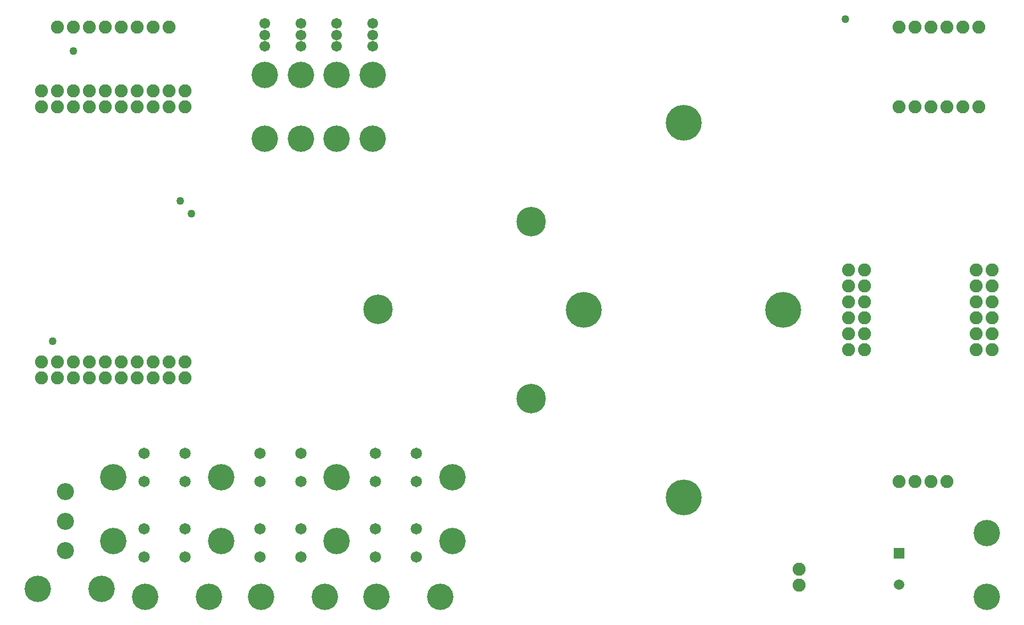
<source format=gbr>
G04 EAGLE Gerber RS-274X export*
G75*
%MOMM*%
%FSLAX34Y34*%
%LPD*%
%INSoldermask Top*%
%IPPOS*%
%AMOC8*
5,1,8,0,0,1.08239X$1,22.5*%
G01*
%ADD10C,1.812800*%
%ADD11R,1.662800X1.662800*%
%ADD12C,1.662800*%
%ADD13C,1.713200*%
%ADD14C,4.203200*%
%ADD15C,2.723200*%
%ADD16C,2.082800*%
%ADD17C,4.703200*%
%ADD18C,5.703200*%
%ADD19C,1.261200*%


D10*
X279400Y107950D03*
X214400Y107950D03*
X279400Y152950D03*
X214400Y152950D03*
D11*
X1416050Y114300D03*
D12*
X1416050Y64300D03*
D10*
X463550Y228600D03*
X398550Y228600D03*
X463550Y273600D03*
X398550Y273600D03*
X279400Y228600D03*
X214400Y228600D03*
X279400Y273600D03*
X214400Y273600D03*
X647700Y107950D03*
X582700Y107950D03*
X647700Y152950D03*
X582700Y152950D03*
X647700Y228600D03*
X582700Y228600D03*
X647700Y273600D03*
X582700Y273600D03*
X463550Y107950D03*
X398550Y107950D03*
X463550Y152950D03*
X398550Y152950D03*
D13*
X577850Y921800D03*
X577850Y939800D03*
X577850Y957800D03*
X520700Y921800D03*
X520700Y939800D03*
X520700Y957800D03*
X406400Y921800D03*
X406400Y939800D03*
X406400Y957800D03*
X463550Y921800D03*
X463550Y939800D03*
X463550Y957800D03*
D14*
X165100Y133350D03*
X165100Y234950D03*
X463550Y876300D03*
X463550Y774700D03*
X406400Y876300D03*
X406400Y774700D03*
X520700Y876300D03*
X520700Y774700D03*
X1555750Y44450D03*
X1555750Y146050D03*
X146050Y57150D03*
X44450Y57150D03*
X584200Y44450D03*
X685800Y44450D03*
X704850Y234950D03*
X704850Y133350D03*
X400050Y44450D03*
X501650Y44450D03*
X520700Y234950D03*
X520700Y133350D03*
X215900Y44450D03*
X317500Y44450D03*
X336550Y234950D03*
X336550Y133350D03*
X577850Y876300D03*
X577850Y774700D03*
D15*
X88900Y212100D03*
X88900Y165100D03*
X88900Y118100D03*
D16*
X1416050Y825500D03*
X1441450Y825500D03*
X1466850Y825500D03*
X1492250Y825500D03*
X1517650Y825500D03*
X1543050Y825500D03*
X1543050Y952500D03*
X1517650Y952500D03*
X1492250Y952500D03*
X1466850Y952500D03*
X1441450Y952500D03*
X1416050Y952500D03*
X76200Y952500D03*
X101600Y952500D03*
X127000Y952500D03*
X152400Y952500D03*
X177800Y952500D03*
X203200Y952500D03*
X228600Y952500D03*
X254000Y952500D03*
X279400Y850900D03*
X279400Y825500D03*
X254000Y850900D03*
X254000Y825500D03*
X228600Y850900D03*
X228600Y825500D03*
X203200Y850900D03*
X203200Y825500D03*
X177800Y850900D03*
X177800Y825500D03*
X152400Y850900D03*
X152400Y825500D03*
X127000Y850900D03*
X127000Y825500D03*
X101600Y850900D03*
X101600Y825500D03*
X76200Y850900D03*
X76200Y825500D03*
X50800Y850900D03*
X50800Y825500D03*
X279400Y419100D03*
X279400Y393700D03*
X254000Y419100D03*
X254000Y393700D03*
X228600Y419100D03*
X228600Y393700D03*
X203200Y419100D03*
X203200Y393700D03*
X177800Y419100D03*
X177800Y393700D03*
X152400Y419100D03*
X152400Y393700D03*
X127000Y419100D03*
X127000Y393700D03*
X101600Y419100D03*
X101600Y393700D03*
X76200Y419100D03*
X76200Y393700D03*
X50800Y419100D03*
X50800Y393700D03*
X1416050Y228600D03*
X1441450Y228600D03*
X1466850Y228600D03*
X1492250Y228600D03*
X1257300Y88900D03*
X1257300Y63500D03*
X1336040Y565150D03*
X1361440Y565150D03*
X1336040Y539750D03*
X1361440Y539750D03*
X1336040Y514350D03*
X1361440Y514350D03*
X1336040Y488950D03*
X1361440Y488950D03*
X1336040Y463550D03*
X1361440Y463550D03*
X1336040Y438150D03*
X1361440Y438150D03*
X1539240Y565150D03*
X1564640Y565150D03*
X1539240Y539750D03*
X1564640Y539750D03*
X1539240Y514350D03*
X1564640Y514350D03*
X1539240Y488950D03*
X1564640Y488950D03*
X1539240Y463550D03*
X1564640Y463550D03*
X1539240Y438150D03*
X1564640Y438150D03*
D17*
X586740Y502920D03*
X830580Y642620D03*
X830580Y360680D03*
D18*
X1073150Y800100D03*
X914400Y501650D03*
X1231900Y501650D03*
X1073150Y203200D03*
D19*
X101600Y914400D03*
X68580Y452120D03*
X271780Y675640D03*
X1330960Y965200D03*
X289560Y655320D03*
M02*

</source>
